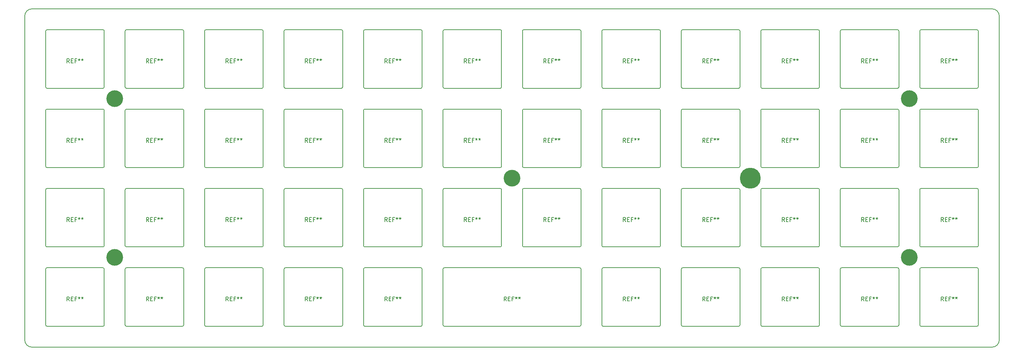
<source format=gtl>
G04 #@! TF.GenerationSoftware,KiCad,Pcbnew,5.0.1*
G04 #@! TF.CreationDate,2019-02-20T22:20:12-03:00*
G04 #@! TF.ProjectId,1Space,3153706163652E6B696361645F706362,V3.0.7*
G04 #@! TF.SameCoordinates,Original*
G04 #@! TF.FileFunction,Copper,L1,Top,Signal*
G04 #@! TF.FilePolarity,Positive*
%FSLAX46Y46*%
G04 Gerber Fmt 4.6, Leading zero omitted, Abs format (unit mm)*
G04 Created by KiCad (PCBNEW 5.0.1) date Wed 20 Feb 2019 10:20:12 PM -03*
%MOMM*%
%LPD*%
G01*
G04 APERTURE LIST*
G04 #@! TA.AperFunction,NonConductor*
%ADD10C,0.150000*%
G04 #@! TD*
%ADD11C,0.150000*%
G04 #@! TA.AperFunction,EtchedComponent*
%ADD12C,0.150000*%
G04 #@! TD*
G04 #@! TA.AperFunction,ViaPad*
%ADD13C,4.000000*%
G04 #@! TD*
G04 #@! TA.AperFunction,ViaPad*
%ADD14C,5.000000*%
G04 #@! TD*
G04 APERTURE END LIST*
D10*
X31939170Y-64000682D02*
G75*
G02X33720426Y-62219426I1781256J0D01*
G01*
X31939170Y-64000682D02*
X31939170Y-141485318D01*
X33720426Y-143266574D02*
G75*
G02X31939170Y-141485318I0J1781256D01*
G01*
X264986830Y-141485318D02*
X264986830Y-64000682D01*
X264986830Y-141485318D02*
G75*
G02X263205574Y-143266574I-1781256J0D01*
G01*
X263205574Y-62219426D02*
G75*
G02X264986830Y-64000682I0J-1781256D01*
G01*
X33720426Y-143266574D02*
X263205574Y-143266574D01*
X33720426Y-62219426D02*
X263205574Y-62219426D01*
G04 #@! TO.C,REF\002A\002A*
D11*
X232629666Y-132195380D02*
X232296333Y-131719190D01*
X232058238Y-132195380D02*
X232058238Y-131195380D01*
X232439190Y-131195380D01*
X232534428Y-131243000D01*
X232582047Y-131290619D01*
X232629666Y-131385857D01*
X232629666Y-131528714D01*
X232582047Y-131623952D01*
X232534428Y-131671571D01*
X232439190Y-131719190D01*
X232058238Y-131719190D01*
X233058238Y-131671571D02*
X233391571Y-131671571D01*
X233534428Y-132195380D02*
X233058238Y-132195380D01*
X233058238Y-131195380D01*
X233534428Y-131195380D01*
X234296333Y-131671571D02*
X233963000Y-131671571D01*
X233963000Y-132195380D02*
X233963000Y-131195380D01*
X234439190Y-131195380D01*
X234963000Y-131195380D02*
X234963000Y-131433476D01*
X234724904Y-131338238D02*
X234963000Y-131433476D01*
X235201095Y-131338238D01*
X234820142Y-131623952D02*
X234963000Y-131433476D01*
X235105857Y-131623952D01*
X235724904Y-131195380D02*
X235724904Y-131433476D01*
X235486809Y-131338238D02*
X235724904Y-131433476D01*
X235963000Y-131338238D01*
X235582047Y-131623952D02*
X235724904Y-131433476D01*
X235867761Y-131623952D01*
X232629666Y-113195380D02*
X232296333Y-112719190D01*
X232058238Y-113195380D02*
X232058238Y-112195380D01*
X232439190Y-112195380D01*
X232534428Y-112243000D01*
X232582047Y-112290619D01*
X232629666Y-112385857D01*
X232629666Y-112528714D01*
X232582047Y-112623952D01*
X232534428Y-112671571D01*
X232439190Y-112719190D01*
X232058238Y-112719190D01*
X233058238Y-112671571D02*
X233391571Y-112671571D01*
X233534428Y-113195380D02*
X233058238Y-113195380D01*
X233058238Y-112195380D01*
X233534428Y-112195380D01*
X234296333Y-112671571D02*
X233963000Y-112671571D01*
X233963000Y-113195380D02*
X233963000Y-112195380D01*
X234439190Y-112195380D01*
X234963000Y-112195380D02*
X234963000Y-112433476D01*
X234724904Y-112338238D02*
X234963000Y-112433476D01*
X235201095Y-112338238D01*
X234820142Y-112623952D02*
X234963000Y-112433476D01*
X235105857Y-112623952D01*
X235724904Y-112195380D02*
X235724904Y-112433476D01*
X235486809Y-112338238D02*
X235724904Y-112433476D01*
X235963000Y-112338238D01*
X235582047Y-112623952D02*
X235724904Y-112433476D01*
X235867761Y-112623952D01*
X232629666Y-75195380D02*
X232296333Y-74719190D01*
X232058238Y-75195380D02*
X232058238Y-74195380D01*
X232439190Y-74195380D01*
X232534428Y-74243000D01*
X232582047Y-74290619D01*
X232629666Y-74385857D01*
X232629666Y-74528714D01*
X232582047Y-74623952D01*
X232534428Y-74671571D01*
X232439190Y-74719190D01*
X232058238Y-74719190D01*
X233058238Y-74671571D02*
X233391571Y-74671571D01*
X233534428Y-75195380D02*
X233058238Y-75195380D01*
X233058238Y-74195380D01*
X233534428Y-74195380D01*
X234296333Y-74671571D02*
X233963000Y-74671571D01*
X233963000Y-75195380D02*
X233963000Y-74195380D01*
X234439190Y-74195380D01*
X234963000Y-74195380D02*
X234963000Y-74433476D01*
X234724904Y-74338238D02*
X234963000Y-74433476D01*
X235201095Y-74338238D01*
X234820142Y-74623952D02*
X234963000Y-74433476D01*
X235105857Y-74623952D01*
X235724904Y-74195380D02*
X235724904Y-74433476D01*
X235486809Y-74338238D02*
X235724904Y-74433476D01*
X235963000Y-74338238D01*
X235582047Y-74623952D02*
X235724904Y-74433476D01*
X235867761Y-74623952D01*
X80629666Y-132195380D02*
X80296333Y-131719190D01*
X80058238Y-132195380D02*
X80058238Y-131195380D01*
X80439190Y-131195380D01*
X80534428Y-131243000D01*
X80582047Y-131290619D01*
X80629666Y-131385857D01*
X80629666Y-131528714D01*
X80582047Y-131623952D01*
X80534428Y-131671571D01*
X80439190Y-131719190D01*
X80058238Y-131719190D01*
X81058238Y-131671571D02*
X81391571Y-131671571D01*
X81534428Y-132195380D02*
X81058238Y-132195380D01*
X81058238Y-131195380D01*
X81534428Y-131195380D01*
X82296333Y-131671571D02*
X81963000Y-131671571D01*
X81963000Y-132195380D02*
X81963000Y-131195380D01*
X82439190Y-131195380D01*
X82963000Y-131195380D02*
X82963000Y-131433476D01*
X82724904Y-131338238D02*
X82963000Y-131433476D01*
X83201095Y-131338238D01*
X82820142Y-131623952D02*
X82963000Y-131433476D01*
X83105857Y-131623952D01*
X83724904Y-131195380D02*
X83724904Y-131433476D01*
X83486809Y-131338238D02*
X83724904Y-131433476D01*
X83963000Y-131338238D01*
X83582047Y-131623952D02*
X83724904Y-131433476D01*
X83867761Y-131623952D01*
X251629666Y-132195380D02*
X251296333Y-131719190D01*
X251058238Y-132195380D02*
X251058238Y-131195380D01*
X251439190Y-131195380D01*
X251534428Y-131243000D01*
X251582047Y-131290619D01*
X251629666Y-131385857D01*
X251629666Y-131528714D01*
X251582047Y-131623952D01*
X251534428Y-131671571D01*
X251439190Y-131719190D01*
X251058238Y-131719190D01*
X252058238Y-131671571D02*
X252391571Y-131671571D01*
X252534428Y-132195380D02*
X252058238Y-132195380D01*
X252058238Y-131195380D01*
X252534428Y-131195380D01*
X253296333Y-131671571D02*
X252963000Y-131671571D01*
X252963000Y-132195380D02*
X252963000Y-131195380D01*
X253439190Y-131195380D01*
X253963000Y-131195380D02*
X253963000Y-131433476D01*
X253724904Y-131338238D02*
X253963000Y-131433476D01*
X254201095Y-131338238D01*
X253820142Y-131623952D02*
X253963000Y-131433476D01*
X254105857Y-131623952D01*
X254724904Y-131195380D02*
X254724904Y-131433476D01*
X254486809Y-131338238D02*
X254724904Y-131433476D01*
X254963000Y-131338238D01*
X254582047Y-131623952D02*
X254724904Y-131433476D01*
X254867761Y-131623952D01*
X194629666Y-132195380D02*
X194296333Y-131719190D01*
X194058238Y-132195380D02*
X194058238Y-131195380D01*
X194439190Y-131195380D01*
X194534428Y-131243000D01*
X194582047Y-131290619D01*
X194629666Y-131385857D01*
X194629666Y-131528714D01*
X194582047Y-131623952D01*
X194534428Y-131671571D01*
X194439190Y-131719190D01*
X194058238Y-131719190D01*
X195058238Y-131671571D02*
X195391571Y-131671571D01*
X195534428Y-132195380D02*
X195058238Y-132195380D01*
X195058238Y-131195380D01*
X195534428Y-131195380D01*
X196296333Y-131671571D02*
X195963000Y-131671571D01*
X195963000Y-132195380D02*
X195963000Y-131195380D01*
X196439190Y-131195380D01*
X196963000Y-131195380D02*
X196963000Y-131433476D01*
X196724904Y-131338238D02*
X196963000Y-131433476D01*
X197201095Y-131338238D01*
X196820142Y-131623952D02*
X196963000Y-131433476D01*
X197105857Y-131623952D01*
X197724904Y-131195380D02*
X197724904Y-131433476D01*
X197486809Y-131338238D02*
X197724904Y-131433476D01*
X197963000Y-131338238D01*
X197582047Y-131623952D02*
X197724904Y-131433476D01*
X197867761Y-131623952D01*
X175629666Y-132195380D02*
X175296333Y-131719190D01*
X175058238Y-132195380D02*
X175058238Y-131195380D01*
X175439190Y-131195380D01*
X175534428Y-131243000D01*
X175582047Y-131290619D01*
X175629666Y-131385857D01*
X175629666Y-131528714D01*
X175582047Y-131623952D01*
X175534428Y-131671571D01*
X175439190Y-131719190D01*
X175058238Y-131719190D01*
X176058238Y-131671571D02*
X176391571Y-131671571D01*
X176534428Y-132195380D02*
X176058238Y-132195380D01*
X176058238Y-131195380D01*
X176534428Y-131195380D01*
X177296333Y-131671571D02*
X176963000Y-131671571D01*
X176963000Y-132195380D02*
X176963000Y-131195380D01*
X177439190Y-131195380D01*
X177963000Y-131195380D02*
X177963000Y-131433476D01*
X177724904Y-131338238D02*
X177963000Y-131433476D01*
X178201095Y-131338238D01*
X177820142Y-131623952D02*
X177963000Y-131433476D01*
X178105857Y-131623952D01*
X178724904Y-131195380D02*
X178724904Y-131433476D01*
X178486809Y-131338238D02*
X178724904Y-131433476D01*
X178963000Y-131338238D01*
X178582047Y-131623952D02*
X178724904Y-131433476D01*
X178867761Y-131623952D01*
X99629666Y-132195380D02*
X99296333Y-131719190D01*
X99058238Y-132195380D02*
X99058238Y-131195380D01*
X99439190Y-131195380D01*
X99534428Y-131243000D01*
X99582047Y-131290619D01*
X99629666Y-131385857D01*
X99629666Y-131528714D01*
X99582047Y-131623952D01*
X99534428Y-131671571D01*
X99439190Y-131719190D01*
X99058238Y-131719190D01*
X100058238Y-131671571D02*
X100391571Y-131671571D01*
X100534428Y-132195380D02*
X100058238Y-132195380D01*
X100058238Y-131195380D01*
X100534428Y-131195380D01*
X101296333Y-131671571D02*
X100963000Y-131671571D01*
X100963000Y-132195380D02*
X100963000Y-131195380D01*
X101439190Y-131195380D01*
X101963000Y-131195380D02*
X101963000Y-131433476D01*
X101724904Y-131338238D02*
X101963000Y-131433476D01*
X102201095Y-131338238D01*
X101820142Y-131623952D02*
X101963000Y-131433476D01*
X102105857Y-131623952D01*
X102724904Y-131195380D02*
X102724904Y-131433476D01*
X102486809Y-131338238D02*
X102724904Y-131433476D01*
X102963000Y-131338238D01*
X102582047Y-131623952D02*
X102724904Y-131433476D01*
X102867761Y-131623952D01*
X118629666Y-132195380D02*
X118296333Y-131719190D01*
X118058238Y-132195380D02*
X118058238Y-131195380D01*
X118439190Y-131195380D01*
X118534428Y-131243000D01*
X118582047Y-131290619D01*
X118629666Y-131385857D01*
X118629666Y-131528714D01*
X118582047Y-131623952D01*
X118534428Y-131671571D01*
X118439190Y-131719190D01*
X118058238Y-131719190D01*
X119058238Y-131671571D02*
X119391571Y-131671571D01*
X119534428Y-132195380D02*
X119058238Y-132195380D01*
X119058238Y-131195380D01*
X119534428Y-131195380D01*
X120296333Y-131671571D02*
X119963000Y-131671571D01*
X119963000Y-132195380D02*
X119963000Y-131195380D01*
X120439190Y-131195380D01*
X120963000Y-131195380D02*
X120963000Y-131433476D01*
X120724904Y-131338238D02*
X120963000Y-131433476D01*
X121201095Y-131338238D01*
X120820142Y-131623952D02*
X120963000Y-131433476D01*
X121105857Y-131623952D01*
X121724904Y-131195380D02*
X121724904Y-131433476D01*
X121486809Y-131338238D02*
X121724904Y-131433476D01*
X121963000Y-131338238D01*
X121582047Y-131623952D02*
X121724904Y-131433476D01*
X121867761Y-131623952D01*
X213629666Y-132195380D02*
X213296333Y-131719190D01*
X213058238Y-132195380D02*
X213058238Y-131195380D01*
X213439190Y-131195380D01*
X213534428Y-131243000D01*
X213582047Y-131290619D01*
X213629666Y-131385857D01*
X213629666Y-131528714D01*
X213582047Y-131623952D01*
X213534428Y-131671571D01*
X213439190Y-131719190D01*
X213058238Y-131719190D01*
X214058238Y-131671571D02*
X214391571Y-131671571D01*
X214534428Y-132195380D02*
X214058238Y-132195380D01*
X214058238Y-131195380D01*
X214534428Y-131195380D01*
X215296333Y-131671571D02*
X214963000Y-131671571D01*
X214963000Y-132195380D02*
X214963000Y-131195380D01*
X215439190Y-131195380D01*
X215963000Y-131195380D02*
X215963000Y-131433476D01*
X215724904Y-131338238D02*
X215963000Y-131433476D01*
X216201095Y-131338238D01*
X215820142Y-131623952D02*
X215963000Y-131433476D01*
X216105857Y-131623952D01*
X216724904Y-131195380D02*
X216724904Y-131433476D01*
X216486809Y-131338238D02*
X216724904Y-131433476D01*
X216963000Y-131338238D01*
X216582047Y-131623952D02*
X216724904Y-131433476D01*
X216867761Y-131623952D01*
X61629666Y-132195380D02*
X61296333Y-131719190D01*
X61058238Y-132195380D02*
X61058238Y-131195380D01*
X61439190Y-131195380D01*
X61534428Y-131243000D01*
X61582047Y-131290619D01*
X61629666Y-131385857D01*
X61629666Y-131528714D01*
X61582047Y-131623952D01*
X61534428Y-131671571D01*
X61439190Y-131719190D01*
X61058238Y-131719190D01*
X62058238Y-131671571D02*
X62391571Y-131671571D01*
X62534428Y-132195380D02*
X62058238Y-132195380D01*
X62058238Y-131195380D01*
X62534428Y-131195380D01*
X63296333Y-131671571D02*
X62963000Y-131671571D01*
X62963000Y-132195380D02*
X62963000Y-131195380D01*
X63439190Y-131195380D01*
X63963000Y-131195380D02*
X63963000Y-131433476D01*
X63724904Y-131338238D02*
X63963000Y-131433476D01*
X64201095Y-131338238D01*
X63820142Y-131623952D02*
X63963000Y-131433476D01*
X64105857Y-131623952D01*
X64724904Y-131195380D02*
X64724904Y-131433476D01*
X64486809Y-131338238D02*
X64724904Y-131433476D01*
X64963000Y-131338238D01*
X64582047Y-131623952D02*
X64724904Y-131433476D01*
X64867761Y-131623952D01*
X42629666Y-132195380D02*
X42296333Y-131719190D01*
X42058238Y-132195380D02*
X42058238Y-131195380D01*
X42439190Y-131195380D01*
X42534428Y-131243000D01*
X42582047Y-131290619D01*
X42629666Y-131385857D01*
X42629666Y-131528714D01*
X42582047Y-131623952D01*
X42534428Y-131671571D01*
X42439190Y-131719190D01*
X42058238Y-131719190D01*
X43058238Y-131671571D02*
X43391571Y-131671571D01*
X43534428Y-132195380D02*
X43058238Y-132195380D01*
X43058238Y-131195380D01*
X43534428Y-131195380D01*
X44296333Y-131671571D02*
X43963000Y-131671571D01*
X43963000Y-132195380D02*
X43963000Y-131195380D01*
X44439190Y-131195380D01*
X44963000Y-131195380D02*
X44963000Y-131433476D01*
X44724904Y-131338238D02*
X44963000Y-131433476D01*
X45201095Y-131338238D01*
X44820142Y-131623952D02*
X44963000Y-131433476D01*
X45105857Y-131623952D01*
X45724904Y-131195380D02*
X45724904Y-131433476D01*
X45486809Y-131338238D02*
X45724904Y-131433476D01*
X45963000Y-131338238D01*
X45582047Y-131623952D02*
X45724904Y-131433476D01*
X45867761Y-131623952D01*
X194629666Y-113195380D02*
X194296333Y-112719190D01*
X194058238Y-113195380D02*
X194058238Y-112195380D01*
X194439190Y-112195380D01*
X194534428Y-112243000D01*
X194582047Y-112290619D01*
X194629666Y-112385857D01*
X194629666Y-112528714D01*
X194582047Y-112623952D01*
X194534428Y-112671571D01*
X194439190Y-112719190D01*
X194058238Y-112719190D01*
X195058238Y-112671571D02*
X195391571Y-112671571D01*
X195534428Y-113195380D02*
X195058238Y-113195380D01*
X195058238Y-112195380D01*
X195534428Y-112195380D01*
X196296333Y-112671571D02*
X195963000Y-112671571D01*
X195963000Y-113195380D02*
X195963000Y-112195380D01*
X196439190Y-112195380D01*
X196963000Y-112195380D02*
X196963000Y-112433476D01*
X196724904Y-112338238D02*
X196963000Y-112433476D01*
X197201095Y-112338238D01*
X196820142Y-112623952D02*
X196963000Y-112433476D01*
X197105857Y-112623952D01*
X197724904Y-112195380D02*
X197724904Y-112433476D01*
X197486809Y-112338238D02*
X197724904Y-112433476D01*
X197963000Y-112338238D01*
X197582047Y-112623952D02*
X197724904Y-112433476D01*
X197867761Y-112623952D01*
X251629666Y-113195380D02*
X251296333Y-112719190D01*
X251058238Y-113195380D02*
X251058238Y-112195380D01*
X251439190Y-112195380D01*
X251534428Y-112243000D01*
X251582047Y-112290619D01*
X251629666Y-112385857D01*
X251629666Y-112528714D01*
X251582047Y-112623952D01*
X251534428Y-112671571D01*
X251439190Y-112719190D01*
X251058238Y-112719190D01*
X252058238Y-112671571D02*
X252391571Y-112671571D01*
X252534428Y-113195380D02*
X252058238Y-113195380D01*
X252058238Y-112195380D01*
X252534428Y-112195380D01*
X253296333Y-112671571D02*
X252963000Y-112671571D01*
X252963000Y-113195380D02*
X252963000Y-112195380D01*
X253439190Y-112195380D01*
X253963000Y-112195380D02*
X253963000Y-112433476D01*
X253724904Y-112338238D02*
X253963000Y-112433476D01*
X254201095Y-112338238D01*
X253820142Y-112623952D02*
X253963000Y-112433476D01*
X254105857Y-112623952D01*
X254724904Y-112195380D02*
X254724904Y-112433476D01*
X254486809Y-112338238D02*
X254724904Y-112433476D01*
X254963000Y-112338238D01*
X254582047Y-112623952D02*
X254724904Y-112433476D01*
X254867761Y-112623952D01*
X80629666Y-113195380D02*
X80296333Y-112719190D01*
X80058238Y-113195380D02*
X80058238Y-112195380D01*
X80439190Y-112195380D01*
X80534428Y-112243000D01*
X80582047Y-112290619D01*
X80629666Y-112385857D01*
X80629666Y-112528714D01*
X80582047Y-112623952D01*
X80534428Y-112671571D01*
X80439190Y-112719190D01*
X80058238Y-112719190D01*
X81058238Y-112671571D02*
X81391571Y-112671571D01*
X81534428Y-113195380D02*
X81058238Y-113195380D01*
X81058238Y-112195380D01*
X81534428Y-112195380D01*
X82296333Y-112671571D02*
X81963000Y-112671571D01*
X81963000Y-113195380D02*
X81963000Y-112195380D01*
X82439190Y-112195380D01*
X82963000Y-112195380D02*
X82963000Y-112433476D01*
X82724904Y-112338238D02*
X82963000Y-112433476D01*
X83201095Y-112338238D01*
X82820142Y-112623952D02*
X82963000Y-112433476D01*
X83105857Y-112623952D01*
X83724904Y-112195380D02*
X83724904Y-112433476D01*
X83486809Y-112338238D02*
X83724904Y-112433476D01*
X83963000Y-112338238D01*
X83582047Y-112623952D02*
X83724904Y-112433476D01*
X83867761Y-112623952D01*
X175629666Y-113195380D02*
X175296333Y-112719190D01*
X175058238Y-113195380D02*
X175058238Y-112195380D01*
X175439190Y-112195380D01*
X175534428Y-112243000D01*
X175582047Y-112290619D01*
X175629666Y-112385857D01*
X175629666Y-112528714D01*
X175582047Y-112623952D01*
X175534428Y-112671571D01*
X175439190Y-112719190D01*
X175058238Y-112719190D01*
X176058238Y-112671571D02*
X176391571Y-112671571D01*
X176534428Y-113195380D02*
X176058238Y-113195380D01*
X176058238Y-112195380D01*
X176534428Y-112195380D01*
X177296333Y-112671571D02*
X176963000Y-112671571D01*
X176963000Y-113195380D02*
X176963000Y-112195380D01*
X177439190Y-112195380D01*
X177963000Y-112195380D02*
X177963000Y-112433476D01*
X177724904Y-112338238D02*
X177963000Y-112433476D01*
X178201095Y-112338238D01*
X177820142Y-112623952D02*
X177963000Y-112433476D01*
X178105857Y-112623952D01*
X178724904Y-112195380D02*
X178724904Y-112433476D01*
X178486809Y-112338238D02*
X178724904Y-112433476D01*
X178963000Y-112338238D01*
X178582047Y-112623952D02*
X178724904Y-112433476D01*
X178867761Y-112623952D01*
X61629666Y-113195380D02*
X61296333Y-112719190D01*
X61058238Y-113195380D02*
X61058238Y-112195380D01*
X61439190Y-112195380D01*
X61534428Y-112243000D01*
X61582047Y-112290619D01*
X61629666Y-112385857D01*
X61629666Y-112528714D01*
X61582047Y-112623952D01*
X61534428Y-112671571D01*
X61439190Y-112719190D01*
X61058238Y-112719190D01*
X62058238Y-112671571D02*
X62391571Y-112671571D01*
X62534428Y-113195380D02*
X62058238Y-113195380D01*
X62058238Y-112195380D01*
X62534428Y-112195380D01*
X63296333Y-112671571D02*
X62963000Y-112671571D01*
X62963000Y-113195380D02*
X62963000Y-112195380D01*
X63439190Y-112195380D01*
X63963000Y-112195380D02*
X63963000Y-112433476D01*
X63724904Y-112338238D02*
X63963000Y-112433476D01*
X64201095Y-112338238D01*
X63820142Y-112623952D02*
X63963000Y-112433476D01*
X64105857Y-112623952D01*
X64724904Y-112195380D02*
X64724904Y-112433476D01*
X64486809Y-112338238D02*
X64724904Y-112433476D01*
X64963000Y-112338238D01*
X64582047Y-112623952D02*
X64724904Y-112433476D01*
X64867761Y-112623952D01*
X42629666Y-113195380D02*
X42296333Y-112719190D01*
X42058238Y-113195380D02*
X42058238Y-112195380D01*
X42439190Y-112195380D01*
X42534428Y-112243000D01*
X42582047Y-112290619D01*
X42629666Y-112385857D01*
X42629666Y-112528714D01*
X42582047Y-112623952D01*
X42534428Y-112671571D01*
X42439190Y-112719190D01*
X42058238Y-112719190D01*
X43058238Y-112671571D02*
X43391571Y-112671571D01*
X43534428Y-113195380D02*
X43058238Y-113195380D01*
X43058238Y-112195380D01*
X43534428Y-112195380D01*
X44296333Y-112671571D02*
X43963000Y-112671571D01*
X43963000Y-113195380D02*
X43963000Y-112195380D01*
X44439190Y-112195380D01*
X44963000Y-112195380D02*
X44963000Y-112433476D01*
X44724904Y-112338238D02*
X44963000Y-112433476D01*
X45201095Y-112338238D01*
X44820142Y-112623952D02*
X44963000Y-112433476D01*
X45105857Y-112623952D01*
X45724904Y-112195380D02*
X45724904Y-112433476D01*
X45486809Y-112338238D02*
X45724904Y-112433476D01*
X45963000Y-112338238D01*
X45582047Y-112623952D02*
X45724904Y-112433476D01*
X45867761Y-112623952D01*
X137629666Y-113195380D02*
X137296333Y-112719190D01*
X137058238Y-113195380D02*
X137058238Y-112195380D01*
X137439190Y-112195380D01*
X137534428Y-112243000D01*
X137582047Y-112290619D01*
X137629666Y-112385857D01*
X137629666Y-112528714D01*
X137582047Y-112623952D01*
X137534428Y-112671571D01*
X137439190Y-112719190D01*
X137058238Y-112719190D01*
X138058238Y-112671571D02*
X138391571Y-112671571D01*
X138534428Y-113195380D02*
X138058238Y-113195380D01*
X138058238Y-112195380D01*
X138534428Y-112195380D01*
X139296333Y-112671571D02*
X138963000Y-112671571D01*
X138963000Y-113195380D02*
X138963000Y-112195380D01*
X139439190Y-112195380D01*
X139963000Y-112195380D02*
X139963000Y-112433476D01*
X139724904Y-112338238D02*
X139963000Y-112433476D01*
X140201095Y-112338238D01*
X139820142Y-112623952D02*
X139963000Y-112433476D01*
X140105857Y-112623952D01*
X140724904Y-112195380D02*
X140724904Y-112433476D01*
X140486809Y-112338238D02*
X140724904Y-112433476D01*
X140963000Y-112338238D01*
X140582047Y-112623952D02*
X140724904Y-112433476D01*
X140867761Y-112623952D01*
X156629666Y-113195380D02*
X156296333Y-112719190D01*
X156058238Y-113195380D02*
X156058238Y-112195380D01*
X156439190Y-112195380D01*
X156534428Y-112243000D01*
X156582047Y-112290619D01*
X156629666Y-112385857D01*
X156629666Y-112528714D01*
X156582047Y-112623952D01*
X156534428Y-112671571D01*
X156439190Y-112719190D01*
X156058238Y-112719190D01*
X157058238Y-112671571D02*
X157391571Y-112671571D01*
X157534428Y-113195380D02*
X157058238Y-113195380D01*
X157058238Y-112195380D01*
X157534428Y-112195380D01*
X158296333Y-112671571D02*
X157963000Y-112671571D01*
X157963000Y-113195380D02*
X157963000Y-112195380D01*
X158439190Y-112195380D01*
X158963000Y-112195380D02*
X158963000Y-112433476D01*
X158724904Y-112338238D02*
X158963000Y-112433476D01*
X159201095Y-112338238D01*
X158820142Y-112623952D02*
X158963000Y-112433476D01*
X159105857Y-112623952D01*
X159724904Y-112195380D02*
X159724904Y-112433476D01*
X159486809Y-112338238D02*
X159724904Y-112433476D01*
X159963000Y-112338238D01*
X159582047Y-112623952D02*
X159724904Y-112433476D01*
X159867761Y-112623952D01*
X99629666Y-113195380D02*
X99296333Y-112719190D01*
X99058238Y-113195380D02*
X99058238Y-112195380D01*
X99439190Y-112195380D01*
X99534428Y-112243000D01*
X99582047Y-112290619D01*
X99629666Y-112385857D01*
X99629666Y-112528714D01*
X99582047Y-112623952D01*
X99534428Y-112671571D01*
X99439190Y-112719190D01*
X99058238Y-112719190D01*
X100058238Y-112671571D02*
X100391571Y-112671571D01*
X100534428Y-113195380D02*
X100058238Y-113195380D01*
X100058238Y-112195380D01*
X100534428Y-112195380D01*
X101296333Y-112671571D02*
X100963000Y-112671571D01*
X100963000Y-113195380D02*
X100963000Y-112195380D01*
X101439190Y-112195380D01*
X101963000Y-112195380D02*
X101963000Y-112433476D01*
X101724904Y-112338238D02*
X101963000Y-112433476D01*
X102201095Y-112338238D01*
X101820142Y-112623952D02*
X101963000Y-112433476D01*
X102105857Y-112623952D01*
X102724904Y-112195380D02*
X102724904Y-112433476D01*
X102486809Y-112338238D02*
X102724904Y-112433476D01*
X102963000Y-112338238D01*
X102582047Y-112623952D02*
X102724904Y-112433476D01*
X102867761Y-112623952D01*
X213629666Y-113195380D02*
X213296333Y-112719190D01*
X213058238Y-113195380D02*
X213058238Y-112195380D01*
X213439190Y-112195380D01*
X213534428Y-112243000D01*
X213582047Y-112290619D01*
X213629666Y-112385857D01*
X213629666Y-112528714D01*
X213582047Y-112623952D01*
X213534428Y-112671571D01*
X213439190Y-112719190D01*
X213058238Y-112719190D01*
X214058238Y-112671571D02*
X214391571Y-112671571D01*
X214534428Y-113195380D02*
X214058238Y-113195380D01*
X214058238Y-112195380D01*
X214534428Y-112195380D01*
X215296333Y-112671571D02*
X214963000Y-112671571D01*
X214963000Y-113195380D02*
X214963000Y-112195380D01*
X215439190Y-112195380D01*
X215963000Y-112195380D02*
X215963000Y-112433476D01*
X215724904Y-112338238D02*
X215963000Y-112433476D01*
X216201095Y-112338238D01*
X215820142Y-112623952D02*
X215963000Y-112433476D01*
X216105857Y-112623952D01*
X216724904Y-112195380D02*
X216724904Y-112433476D01*
X216486809Y-112338238D02*
X216724904Y-112433476D01*
X216963000Y-112338238D01*
X216582047Y-112623952D02*
X216724904Y-112433476D01*
X216867761Y-112623952D01*
X118629666Y-113195380D02*
X118296333Y-112719190D01*
X118058238Y-113195380D02*
X118058238Y-112195380D01*
X118439190Y-112195380D01*
X118534428Y-112243000D01*
X118582047Y-112290619D01*
X118629666Y-112385857D01*
X118629666Y-112528714D01*
X118582047Y-112623952D01*
X118534428Y-112671571D01*
X118439190Y-112719190D01*
X118058238Y-112719190D01*
X119058238Y-112671571D02*
X119391571Y-112671571D01*
X119534428Y-113195380D02*
X119058238Y-113195380D01*
X119058238Y-112195380D01*
X119534428Y-112195380D01*
X120296333Y-112671571D02*
X119963000Y-112671571D01*
X119963000Y-113195380D02*
X119963000Y-112195380D01*
X120439190Y-112195380D01*
X120963000Y-112195380D02*
X120963000Y-112433476D01*
X120724904Y-112338238D02*
X120963000Y-112433476D01*
X121201095Y-112338238D01*
X120820142Y-112623952D02*
X120963000Y-112433476D01*
X121105857Y-112623952D01*
X121724904Y-112195380D02*
X121724904Y-112433476D01*
X121486809Y-112338238D02*
X121724904Y-112433476D01*
X121963000Y-112338238D01*
X121582047Y-112623952D02*
X121724904Y-112433476D01*
X121867761Y-112623952D01*
X118629666Y-75195380D02*
X118296333Y-74719190D01*
X118058238Y-75195380D02*
X118058238Y-74195380D01*
X118439190Y-74195380D01*
X118534428Y-74243000D01*
X118582047Y-74290619D01*
X118629666Y-74385857D01*
X118629666Y-74528714D01*
X118582047Y-74623952D01*
X118534428Y-74671571D01*
X118439190Y-74719190D01*
X118058238Y-74719190D01*
X119058238Y-74671571D02*
X119391571Y-74671571D01*
X119534428Y-75195380D02*
X119058238Y-75195380D01*
X119058238Y-74195380D01*
X119534428Y-74195380D01*
X120296333Y-74671571D02*
X119963000Y-74671571D01*
X119963000Y-75195380D02*
X119963000Y-74195380D01*
X120439190Y-74195380D01*
X120963000Y-74195380D02*
X120963000Y-74433476D01*
X120724904Y-74338238D02*
X120963000Y-74433476D01*
X121201095Y-74338238D01*
X120820142Y-74623952D02*
X120963000Y-74433476D01*
X121105857Y-74623952D01*
X121724904Y-74195380D02*
X121724904Y-74433476D01*
X121486809Y-74338238D02*
X121724904Y-74433476D01*
X121963000Y-74338238D01*
X121582047Y-74623952D02*
X121724904Y-74433476D01*
X121867761Y-74623952D01*
X156629666Y-75195380D02*
X156296333Y-74719190D01*
X156058238Y-75195380D02*
X156058238Y-74195380D01*
X156439190Y-74195380D01*
X156534428Y-74243000D01*
X156582047Y-74290619D01*
X156629666Y-74385857D01*
X156629666Y-74528714D01*
X156582047Y-74623952D01*
X156534428Y-74671571D01*
X156439190Y-74719190D01*
X156058238Y-74719190D01*
X157058238Y-74671571D02*
X157391571Y-74671571D01*
X157534428Y-75195380D02*
X157058238Y-75195380D01*
X157058238Y-74195380D01*
X157534428Y-74195380D01*
X158296333Y-74671571D02*
X157963000Y-74671571D01*
X157963000Y-75195380D02*
X157963000Y-74195380D01*
X158439190Y-74195380D01*
X158963000Y-74195380D02*
X158963000Y-74433476D01*
X158724904Y-74338238D02*
X158963000Y-74433476D01*
X159201095Y-74338238D01*
X158820142Y-74623952D02*
X158963000Y-74433476D01*
X159105857Y-74623952D01*
X159724904Y-74195380D02*
X159724904Y-74433476D01*
X159486809Y-74338238D02*
X159724904Y-74433476D01*
X159963000Y-74338238D01*
X159582047Y-74623952D02*
X159724904Y-74433476D01*
X159867761Y-74623952D01*
X137629666Y-75195380D02*
X137296333Y-74719190D01*
X137058238Y-75195380D02*
X137058238Y-74195380D01*
X137439190Y-74195380D01*
X137534428Y-74243000D01*
X137582047Y-74290619D01*
X137629666Y-74385857D01*
X137629666Y-74528714D01*
X137582047Y-74623952D01*
X137534428Y-74671571D01*
X137439190Y-74719190D01*
X137058238Y-74719190D01*
X138058238Y-74671571D02*
X138391571Y-74671571D01*
X138534428Y-75195380D02*
X138058238Y-75195380D01*
X138058238Y-74195380D01*
X138534428Y-74195380D01*
X139296333Y-74671571D02*
X138963000Y-74671571D01*
X138963000Y-75195380D02*
X138963000Y-74195380D01*
X139439190Y-74195380D01*
X139963000Y-74195380D02*
X139963000Y-74433476D01*
X139724904Y-74338238D02*
X139963000Y-74433476D01*
X140201095Y-74338238D01*
X139820142Y-74623952D02*
X139963000Y-74433476D01*
X140105857Y-74623952D01*
X140724904Y-74195380D02*
X140724904Y-74433476D01*
X140486809Y-74338238D02*
X140724904Y-74433476D01*
X140963000Y-74338238D01*
X140582047Y-74623952D02*
X140724904Y-74433476D01*
X140867761Y-74623952D01*
X99629666Y-75195380D02*
X99296333Y-74719190D01*
X99058238Y-75195380D02*
X99058238Y-74195380D01*
X99439190Y-74195380D01*
X99534428Y-74243000D01*
X99582047Y-74290619D01*
X99629666Y-74385857D01*
X99629666Y-74528714D01*
X99582047Y-74623952D01*
X99534428Y-74671571D01*
X99439190Y-74719190D01*
X99058238Y-74719190D01*
X100058238Y-74671571D02*
X100391571Y-74671571D01*
X100534428Y-75195380D02*
X100058238Y-75195380D01*
X100058238Y-74195380D01*
X100534428Y-74195380D01*
X101296333Y-74671571D02*
X100963000Y-74671571D01*
X100963000Y-75195380D02*
X100963000Y-74195380D01*
X101439190Y-74195380D01*
X101963000Y-74195380D02*
X101963000Y-74433476D01*
X101724904Y-74338238D02*
X101963000Y-74433476D01*
X102201095Y-74338238D01*
X101820142Y-74623952D02*
X101963000Y-74433476D01*
X102105857Y-74623952D01*
X102724904Y-74195380D02*
X102724904Y-74433476D01*
X102486809Y-74338238D02*
X102724904Y-74433476D01*
X102963000Y-74338238D01*
X102582047Y-74623952D02*
X102724904Y-74433476D01*
X102867761Y-74623952D01*
X194629666Y-75195380D02*
X194296333Y-74719190D01*
X194058238Y-75195380D02*
X194058238Y-74195380D01*
X194439190Y-74195380D01*
X194534428Y-74243000D01*
X194582047Y-74290619D01*
X194629666Y-74385857D01*
X194629666Y-74528714D01*
X194582047Y-74623952D01*
X194534428Y-74671571D01*
X194439190Y-74719190D01*
X194058238Y-74719190D01*
X195058238Y-74671571D02*
X195391571Y-74671571D01*
X195534428Y-75195380D02*
X195058238Y-75195380D01*
X195058238Y-74195380D01*
X195534428Y-74195380D01*
X196296333Y-74671571D02*
X195963000Y-74671571D01*
X195963000Y-75195380D02*
X195963000Y-74195380D01*
X196439190Y-74195380D01*
X196963000Y-74195380D02*
X196963000Y-74433476D01*
X196724904Y-74338238D02*
X196963000Y-74433476D01*
X197201095Y-74338238D01*
X196820142Y-74623952D02*
X196963000Y-74433476D01*
X197105857Y-74623952D01*
X197724904Y-74195380D02*
X197724904Y-74433476D01*
X197486809Y-74338238D02*
X197724904Y-74433476D01*
X197963000Y-74338238D01*
X197582047Y-74623952D02*
X197724904Y-74433476D01*
X197867761Y-74623952D01*
X175629666Y-75195380D02*
X175296333Y-74719190D01*
X175058238Y-75195380D02*
X175058238Y-74195380D01*
X175439190Y-74195380D01*
X175534428Y-74243000D01*
X175582047Y-74290619D01*
X175629666Y-74385857D01*
X175629666Y-74528714D01*
X175582047Y-74623952D01*
X175534428Y-74671571D01*
X175439190Y-74719190D01*
X175058238Y-74719190D01*
X176058238Y-74671571D02*
X176391571Y-74671571D01*
X176534428Y-75195380D02*
X176058238Y-75195380D01*
X176058238Y-74195380D01*
X176534428Y-74195380D01*
X177296333Y-74671571D02*
X176963000Y-74671571D01*
X176963000Y-75195380D02*
X176963000Y-74195380D01*
X177439190Y-74195380D01*
X177963000Y-74195380D02*
X177963000Y-74433476D01*
X177724904Y-74338238D02*
X177963000Y-74433476D01*
X178201095Y-74338238D01*
X177820142Y-74623952D02*
X177963000Y-74433476D01*
X178105857Y-74623952D01*
X178724904Y-74195380D02*
X178724904Y-74433476D01*
X178486809Y-74338238D02*
X178724904Y-74433476D01*
X178963000Y-74338238D01*
X178582047Y-74623952D02*
X178724904Y-74433476D01*
X178867761Y-74623952D01*
X251629666Y-75195380D02*
X251296333Y-74719190D01*
X251058238Y-75195380D02*
X251058238Y-74195380D01*
X251439190Y-74195380D01*
X251534428Y-74243000D01*
X251582047Y-74290619D01*
X251629666Y-74385857D01*
X251629666Y-74528714D01*
X251582047Y-74623952D01*
X251534428Y-74671571D01*
X251439190Y-74719190D01*
X251058238Y-74719190D01*
X252058238Y-74671571D02*
X252391571Y-74671571D01*
X252534428Y-75195380D02*
X252058238Y-75195380D01*
X252058238Y-74195380D01*
X252534428Y-74195380D01*
X253296333Y-74671571D02*
X252963000Y-74671571D01*
X252963000Y-75195380D02*
X252963000Y-74195380D01*
X253439190Y-74195380D01*
X253963000Y-74195380D02*
X253963000Y-74433476D01*
X253724904Y-74338238D02*
X253963000Y-74433476D01*
X254201095Y-74338238D01*
X253820142Y-74623952D02*
X253963000Y-74433476D01*
X254105857Y-74623952D01*
X254724904Y-74195380D02*
X254724904Y-74433476D01*
X254486809Y-74338238D02*
X254724904Y-74433476D01*
X254963000Y-74338238D01*
X254582047Y-74623952D02*
X254724904Y-74433476D01*
X254867761Y-74623952D01*
X80629666Y-75195380D02*
X80296333Y-74719190D01*
X80058238Y-75195380D02*
X80058238Y-74195380D01*
X80439190Y-74195380D01*
X80534428Y-74243000D01*
X80582047Y-74290619D01*
X80629666Y-74385857D01*
X80629666Y-74528714D01*
X80582047Y-74623952D01*
X80534428Y-74671571D01*
X80439190Y-74719190D01*
X80058238Y-74719190D01*
X81058238Y-74671571D02*
X81391571Y-74671571D01*
X81534428Y-75195380D02*
X81058238Y-75195380D01*
X81058238Y-74195380D01*
X81534428Y-74195380D01*
X82296333Y-74671571D02*
X81963000Y-74671571D01*
X81963000Y-75195380D02*
X81963000Y-74195380D01*
X82439190Y-74195380D01*
X82963000Y-74195380D02*
X82963000Y-74433476D01*
X82724904Y-74338238D02*
X82963000Y-74433476D01*
X83201095Y-74338238D01*
X82820142Y-74623952D02*
X82963000Y-74433476D01*
X83105857Y-74623952D01*
X83724904Y-74195380D02*
X83724904Y-74433476D01*
X83486809Y-74338238D02*
X83724904Y-74433476D01*
X83963000Y-74338238D01*
X83582047Y-74623952D02*
X83724904Y-74433476D01*
X83867761Y-74623952D01*
X61629666Y-75195380D02*
X61296333Y-74719190D01*
X61058238Y-75195380D02*
X61058238Y-74195380D01*
X61439190Y-74195380D01*
X61534428Y-74243000D01*
X61582047Y-74290619D01*
X61629666Y-74385857D01*
X61629666Y-74528714D01*
X61582047Y-74623952D01*
X61534428Y-74671571D01*
X61439190Y-74719190D01*
X61058238Y-74719190D01*
X62058238Y-74671571D02*
X62391571Y-74671571D01*
X62534428Y-75195380D02*
X62058238Y-75195380D01*
X62058238Y-74195380D01*
X62534428Y-74195380D01*
X63296333Y-74671571D02*
X62963000Y-74671571D01*
X62963000Y-75195380D02*
X62963000Y-74195380D01*
X63439190Y-74195380D01*
X63963000Y-74195380D02*
X63963000Y-74433476D01*
X63724904Y-74338238D02*
X63963000Y-74433476D01*
X64201095Y-74338238D01*
X63820142Y-74623952D02*
X63963000Y-74433476D01*
X64105857Y-74623952D01*
X64724904Y-74195380D02*
X64724904Y-74433476D01*
X64486809Y-74338238D02*
X64724904Y-74433476D01*
X64963000Y-74338238D01*
X64582047Y-74623952D02*
X64724904Y-74433476D01*
X64867761Y-74623952D01*
X213629666Y-75195380D02*
X213296333Y-74719190D01*
X213058238Y-75195380D02*
X213058238Y-74195380D01*
X213439190Y-74195380D01*
X213534428Y-74243000D01*
X213582047Y-74290619D01*
X213629666Y-74385857D01*
X213629666Y-74528714D01*
X213582047Y-74623952D01*
X213534428Y-74671571D01*
X213439190Y-74719190D01*
X213058238Y-74719190D01*
X214058238Y-74671571D02*
X214391571Y-74671571D01*
X214534428Y-75195380D02*
X214058238Y-75195380D01*
X214058238Y-74195380D01*
X214534428Y-74195380D01*
X215296333Y-74671571D02*
X214963000Y-74671571D01*
X214963000Y-75195380D02*
X214963000Y-74195380D01*
X215439190Y-74195380D01*
X215963000Y-74195380D02*
X215963000Y-74433476D01*
X215724904Y-74338238D02*
X215963000Y-74433476D01*
X216201095Y-74338238D01*
X215820142Y-74623952D02*
X215963000Y-74433476D01*
X216105857Y-74623952D01*
X216724904Y-74195380D02*
X216724904Y-74433476D01*
X216486809Y-74338238D02*
X216724904Y-74433476D01*
X216963000Y-74338238D01*
X216582047Y-74623952D02*
X216724904Y-74433476D01*
X216867761Y-74623952D01*
X42629666Y-75195380D02*
X42296333Y-74719190D01*
X42058238Y-75195380D02*
X42058238Y-74195380D01*
X42439190Y-74195380D01*
X42534428Y-74243000D01*
X42582047Y-74290619D01*
X42629666Y-74385857D01*
X42629666Y-74528714D01*
X42582047Y-74623952D01*
X42534428Y-74671571D01*
X42439190Y-74719190D01*
X42058238Y-74719190D01*
X43058238Y-74671571D02*
X43391571Y-74671571D01*
X43534428Y-75195380D02*
X43058238Y-75195380D01*
X43058238Y-74195380D01*
X43534428Y-74195380D01*
X44296333Y-74671571D02*
X43963000Y-74671571D01*
X43963000Y-75195380D02*
X43963000Y-74195380D01*
X44439190Y-74195380D01*
X44963000Y-74195380D02*
X44963000Y-74433476D01*
X44724904Y-74338238D02*
X44963000Y-74433476D01*
X45201095Y-74338238D01*
X44820142Y-74623952D02*
X44963000Y-74433476D01*
X45105857Y-74623952D01*
X45724904Y-74195380D02*
X45724904Y-74433476D01*
X45486809Y-74338238D02*
X45724904Y-74433476D01*
X45963000Y-74338238D01*
X45582047Y-74623952D02*
X45724904Y-74433476D01*
X45867761Y-74623952D01*
X251629666Y-94195380D02*
X251296333Y-93719190D01*
X251058238Y-94195380D02*
X251058238Y-93195380D01*
X251439190Y-93195380D01*
X251534428Y-93243000D01*
X251582047Y-93290619D01*
X251629666Y-93385857D01*
X251629666Y-93528714D01*
X251582047Y-93623952D01*
X251534428Y-93671571D01*
X251439190Y-93719190D01*
X251058238Y-93719190D01*
X252058238Y-93671571D02*
X252391571Y-93671571D01*
X252534428Y-94195380D02*
X252058238Y-94195380D01*
X252058238Y-93195380D01*
X252534428Y-93195380D01*
X253296333Y-93671571D02*
X252963000Y-93671571D01*
X252963000Y-94195380D02*
X252963000Y-93195380D01*
X253439190Y-93195380D01*
X253963000Y-93195380D02*
X253963000Y-93433476D01*
X253724904Y-93338238D02*
X253963000Y-93433476D01*
X254201095Y-93338238D01*
X253820142Y-93623952D02*
X253963000Y-93433476D01*
X254105857Y-93623952D01*
X254724904Y-93195380D02*
X254724904Y-93433476D01*
X254486809Y-93338238D02*
X254724904Y-93433476D01*
X254963000Y-93338238D01*
X254582047Y-93623952D02*
X254724904Y-93433476D01*
X254867761Y-93623952D01*
X232629666Y-94195380D02*
X232296333Y-93719190D01*
X232058238Y-94195380D02*
X232058238Y-93195380D01*
X232439190Y-93195380D01*
X232534428Y-93243000D01*
X232582047Y-93290619D01*
X232629666Y-93385857D01*
X232629666Y-93528714D01*
X232582047Y-93623952D01*
X232534428Y-93671571D01*
X232439190Y-93719190D01*
X232058238Y-93719190D01*
X233058238Y-93671571D02*
X233391571Y-93671571D01*
X233534428Y-94195380D02*
X233058238Y-94195380D01*
X233058238Y-93195380D01*
X233534428Y-93195380D01*
X234296333Y-93671571D02*
X233963000Y-93671571D01*
X233963000Y-94195380D02*
X233963000Y-93195380D01*
X234439190Y-93195380D01*
X234963000Y-93195380D02*
X234963000Y-93433476D01*
X234724904Y-93338238D02*
X234963000Y-93433476D01*
X235201095Y-93338238D01*
X234820142Y-93623952D02*
X234963000Y-93433476D01*
X235105857Y-93623952D01*
X235724904Y-93195380D02*
X235724904Y-93433476D01*
X235486809Y-93338238D02*
X235724904Y-93433476D01*
X235963000Y-93338238D01*
X235582047Y-93623952D02*
X235724904Y-93433476D01*
X235867761Y-93623952D01*
X213629666Y-94195380D02*
X213296333Y-93719190D01*
X213058238Y-94195380D02*
X213058238Y-93195380D01*
X213439190Y-93195380D01*
X213534428Y-93243000D01*
X213582047Y-93290619D01*
X213629666Y-93385857D01*
X213629666Y-93528714D01*
X213582047Y-93623952D01*
X213534428Y-93671571D01*
X213439190Y-93719190D01*
X213058238Y-93719190D01*
X214058238Y-93671571D02*
X214391571Y-93671571D01*
X214534428Y-94195380D02*
X214058238Y-94195380D01*
X214058238Y-93195380D01*
X214534428Y-93195380D01*
X215296333Y-93671571D02*
X214963000Y-93671571D01*
X214963000Y-94195380D02*
X214963000Y-93195380D01*
X215439190Y-93195380D01*
X215963000Y-93195380D02*
X215963000Y-93433476D01*
X215724904Y-93338238D02*
X215963000Y-93433476D01*
X216201095Y-93338238D01*
X215820142Y-93623952D02*
X215963000Y-93433476D01*
X216105857Y-93623952D01*
X216724904Y-93195380D02*
X216724904Y-93433476D01*
X216486809Y-93338238D02*
X216724904Y-93433476D01*
X216963000Y-93338238D01*
X216582047Y-93623952D02*
X216724904Y-93433476D01*
X216867761Y-93623952D01*
X194629666Y-94195380D02*
X194296333Y-93719190D01*
X194058238Y-94195380D02*
X194058238Y-93195380D01*
X194439190Y-93195380D01*
X194534428Y-93243000D01*
X194582047Y-93290619D01*
X194629666Y-93385857D01*
X194629666Y-93528714D01*
X194582047Y-93623952D01*
X194534428Y-93671571D01*
X194439190Y-93719190D01*
X194058238Y-93719190D01*
X195058238Y-93671571D02*
X195391571Y-93671571D01*
X195534428Y-94195380D02*
X195058238Y-94195380D01*
X195058238Y-93195380D01*
X195534428Y-93195380D01*
X196296333Y-93671571D02*
X195963000Y-93671571D01*
X195963000Y-94195380D02*
X195963000Y-93195380D01*
X196439190Y-93195380D01*
X196963000Y-93195380D02*
X196963000Y-93433476D01*
X196724904Y-93338238D02*
X196963000Y-93433476D01*
X197201095Y-93338238D01*
X196820142Y-93623952D02*
X196963000Y-93433476D01*
X197105857Y-93623952D01*
X197724904Y-93195380D02*
X197724904Y-93433476D01*
X197486809Y-93338238D02*
X197724904Y-93433476D01*
X197963000Y-93338238D01*
X197582047Y-93623952D02*
X197724904Y-93433476D01*
X197867761Y-93623952D01*
X175629666Y-94195380D02*
X175296333Y-93719190D01*
X175058238Y-94195380D02*
X175058238Y-93195380D01*
X175439190Y-93195380D01*
X175534428Y-93243000D01*
X175582047Y-93290619D01*
X175629666Y-93385857D01*
X175629666Y-93528714D01*
X175582047Y-93623952D01*
X175534428Y-93671571D01*
X175439190Y-93719190D01*
X175058238Y-93719190D01*
X176058238Y-93671571D02*
X176391571Y-93671571D01*
X176534428Y-94195380D02*
X176058238Y-94195380D01*
X176058238Y-93195380D01*
X176534428Y-93195380D01*
X177296333Y-93671571D02*
X176963000Y-93671571D01*
X176963000Y-94195380D02*
X176963000Y-93195380D01*
X177439190Y-93195380D01*
X177963000Y-93195380D02*
X177963000Y-93433476D01*
X177724904Y-93338238D02*
X177963000Y-93433476D01*
X178201095Y-93338238D01*
X177820142Y-93623952D02*
X177963000Y-93433476D01*
X178105857Y-93623952D01*
X178724904Y-93195380D02*
X178724904Y-93433476D01*
X178486809Y-93338238D02*
X178724904Y-93433476D01*
X178963000Y-93338238D01*
X178582047Y-93623952D02*
X178724904Y-93433476D01*
X178867761Y-93623952D01*
X42629666Y-94195380D02*
X42296333Y-93719190D01*
X42058238Y-94195380D02*
X42058238Y-93195380D01*
X42439190Y-93195380D01*
X42534428Y-93243000D01*
X42582047Y-93290619D01*
X42629666Y-93385857D01*
X42629666Y-93528714D01*
X42582047Y-93623952D01*
X42534428Y-93671571D01*
X42439190Y-93719190D01*
X42058238Y-93719190D01*
X43058238Y-93671571D02*
X43391571Y-93671571D01*
X43534428Y-94195380D02*
X43058238Y-94195380D01*
X43058238Y-93195380D01*
X43534428Y-93195380D01*
X44296333Y-93671571D02*
X43963000Y-93671571D01*
X43963000Y-94195380D02*
X43963000Y-93195380D01*
X44439190Y-93195380D01*
X44963000Y-93195380D02*
X44963000Y-93433476D01*
X44724904Y-93338238D02*
X44963000Y-93433476D01*
X45201095Y-93338238D01*
X44820142Y-93623952D02*
X44963000Y-93433476D01*
X45105857Y-93623952D01*
X45724904Y-93195380D02*
X45724904Y-93433476D01*
X45486809Y-93338238D02*
X45724904Y-93433476D01*
X45963000Y-93338238D01*
X45582047Y-93623952D02*
X45724904Y-93433476D01*
X45867761Y-93623952D01*
X61629666Y-94195380D02*
X61296333Y-93719190D01*
X61058238Y-94195380D02*
X61058238Y-93195380D01*
X61439190Y-93195380D01*
X61534428Y-93243000D01*
X61582047Y-93290619D01*
X61629666Y-93385857D01*
X61629666Y-93528714D01*
X61582047Y-93623952D01*
X61534428Y-93671571D01*
X61439190Y-93719190D01*
X61058238Y-93719190D01*
X62058238Y-93671571D02*
X62391571Y-93671571D01*
X62534428Y-94195380D02*
X62058238Y-94195380D01*
X62058238Y-93195380D01*
X62534428Y-93195380D01*
X63296333Y-93671571D02*
X62963000Y-93671571D01*
X62963000Y-94195380D02*
X62963000Y-93195380D01*
X63439190Y-93195380D01*
X63963000Y-93195380D02*
X63963000Y-93433476D01*
X63724904Y-93338238D02*
X63963000Y-93433476D01*
X64201095Y-93338238D01*
X63820142Y-93623952D02*
X63963000Y-93433476D01*
X64105857Y-93623952D01*
X64724904Y-93195380D02*
X64724904Y-93433476D01*
X64486809Y-93338238D02*
X64724904Y-93433476D01*
X64963000Y-93338238D01*
X64582047Y-93623952D02*
X64724904Y-93433476D01*
X64867761Y-93623952D01*
X80629666Y-94195380D02*
X80296333Y-93719190D01*
X80058238Y-94195380D02*
X80058238Y-93195380D01*
X80439190Y-93195380D01*
X80534428Y-93243000D01*
X80582047Y-93290619D01*
X80629666Y-93385857D01*
X80629666Y-93528714D01*
X80582047Y-93623952D01*
X80534428Y-93671571D01*
X80439190Y-93719190D01*
X80058238Y-93719190D01*
X81058238Y-93671571D02*
X81391571Y-93671571D01*
X81534428Y-94195380D02*
X81058238Y-94195380D01*
X81058238Y-93195380D01*
X81534428Y-93195380D01*
X82296333Y-93671571D02*
X81963000Y-93671571D01*
X81963000Y-94195380D02*
X81963000Y-93195380D01*
X82439190Y-93195380D01*
X82963000Y-93195380D02*
X82963000Y-93433476D01*
X82724904Y-93338238D02*
X82963000Y-93433476D01*
X83201095Y-93338238D01*
X82820142Y-93623952D02*
X82963000Y-93433476D01*
X83105857Y-93623952D01*
X83724904Y-93195380D02*
X83724904Y-93433476D01*
X83486809Y-93338238D02*
X83724904Y-93433476D01*
X83963000Y-93338238D01*
X83582047Y-93623952D02*
X83724904Y-93433476D01*
X83867761Y-93623952D01*
X99629666Y-94195380D02*
X99296333Y-93719190D01*
X99058238Y-94195380D02*
X99058238Y-93195380D01*
X99439190Y-93195380D01*
X99534428Y-93243000D01*
X99582047Y-93290619D01*
X99629666Y-93385857D01*
X99629666Y-93528714D01*
X99582047Y-93623952D01*
X99534428Y-93671571D01*
X99439190Y-93719190D01*
X99058238Y-93719190D01*
X100058238Y-93671571D02*
X100391571Y-93671571D01*
X100534428Y-94195380D02*
X100058238Y-94195380D01*
X100058238Y-93195380D01*
X100534428Y-93195380D01*
X101296333Y-93671571D02*
X100963000Y-93671571D01*
X100963000Y-94195380D02*
X100963000Y-93195380D01*
X101439190Y-93195380D01*
X101963000Y-93195380D02*
X101963000Y-93433476D01*
X101724904Y-93338238D02*
X101963000Y-93433476D01*
X102201095Y-93338238D01*
X101820142Y-93623952D02*
X101963000Y-93433476D01*
X102105857Y-93623952D01*
X102724904Y-93195380D02*
X102724904Y-93433476D01*
X102486809Y-93338238D02*
X102724904Y-93433476D01*
X102963000Y-93338238D01*
X102582047Y-93623952D02*
X102724904Y-93433476D01*
X102867761Y-93623952D01*
X118629666Y-94195380D02*
X118296333Y-93719190D01*
X118058238Y-94195380D02*
X118058238Y-93195380D01*
X118439190Y-93195380D01*
X118534428Y-93243000D01*
X118582047Y-93290619D01*
X118629666Y-93385857D01*
X118629666Y-93528714D01*
X118582047Y-93623952D01*
X118534428Y-93671571D01*
X118439190Y-93719190D01*
X118058238Y-93719190D01*
X119058238Y-93671571D02*
X119391571Y-93671571D01*
X119534428Y-94195380D02*
X119058238Y-94195380D01*
X119058238Y-93195380D01*
X119534428Y-93195380D01*
X120296333Y-93671571D02*
X119963000Y-93671571D01*
X119963000Y-94195380D02*
X119963000Y-93195380D01*
X120439190Y-93195380D01*
X120963000Y-93195380D02*
X120963000Y-93433476D01*
X120724904Y-93338238D02*
X120963000Y-93433476D01*
X121201095Y-93338238D01*
X120820142Y-93623952D02*
X120963000Y-93433476D01*
X121105857Y-93623952D01*
X121724904Y-93195380D02*
X121724904Y-93433476D01*
X121486809Y-93338238D02*
X121724904Y-93433476D01*
X121963000Y-93338238D01*
X121582047Y-93623952D02*
X121724904Y-93433476D01*
X121867761Y-93623952D01*
X137629666Y-94195380D02*
X137296333Y-93719190D01*
X137058238Y-94195380D02*
X137058238Y-93195380D01*
X137439190Y-93195380D01*
X137534428Y-93243000D01*
X137582047Y-93290619D01*
X137629666Y-93385857D01*
X137629666Y-93528714D01*
X137582047Y-93623952D01*
X137534428Y-93671571D01*
X137439190Y-93719190D01*
X137058238Y-93719190D01*
X138058238Y-93671571D02*
X138391571Y-93671571D01*
X138534428Y-94195380D02*
X138058238Y-94195380D01*
X138058238Y-93195380D01*
X138534428Y-93195380D01*
X139296333Y-93671571D02*
X138963000Y-93671571D01*
X138963000Y-94195380D02*
X138963000Y-93195380D01*
X139439190Y-93195380D01*
X139963000Y-93195380D02*
X139963000Y-93433476D01*
X139724904Y-93338238D02*
X139963000Y-93433476D01*
X140201095Y-93338238D01*
X139820142Y-93623952D02*
X139963000Y-93433476D01*
X140105857Y-93623952D01*
X140724904Y-93195380D02*
X140724904Y-93433476D01*
X140486809Y-93338238D02*
X140724904Y-93433476D01*
X140963000Y-93338238D01*
X140582047Y-93623952D02*
X140724904Y-93433476D01*
X140867761Y-93623952D01*
X156629666Y-94195380D02*
X156296333Y-93719190D01*
X156058238Y-94195380D02*
X156058238Y-93195380D01*
X156439190Y-93195380D01*
X156534428Y-93243000D01*
X156582047Y-93290619D01*
X156629666Y-93385857D01*
X156629666Y-93528714D01*
X156582047Y-93623952D01*
X156534428Y-93671571D01*
X156439190Y-93719190D01*
X156058238Y-93719190D01*
X157058238Y-93671571D02*
X157391571Y-93671571D01*
X157534428Y-94195380D02*
X157058238Y-94195380D01*
X157058238Y-93195380D01*
X157534428Y-93195380D01*
X158296333Y-93671571D02*
X157963000Y-93671571D01*
X157963000Y-94195380D02*
X157963000Y-93195380D01*
X158439190Y-93195380D01*
X158963000Y-93195380D02*
X158963000Y-93433476D01*
X158724904Y-93338238D02*
X158963000Y-93433476D01*
X159201095Y-93338238D01*
X158820142Y-93623952D02*
X158963000Y-93433476D01*
X159105857Y-93623952D01*
X159724904Y-93195380D02*
X159724904Y-93433476D01*
X159486809Y-93338238D02*
X159724904Y-93433476D01*
X159963000Y-93338238D01*
X159582047Y-93623952D02*
X159724904Y-93433476D01*
X159867761Y-93623952D01*
X147129666Y-132195380D02*
X146796333Y-131719190D01*
X146558238Y-132195380D02*
X146558238Y-131195380D01*
X146939190Y-131195380D01*
X147034428Y-131243000D01*
X147082047Y-131290619D01*
X147129666Y-131385857D01*
X147129666Y-131528714D01*
X147082047Y-131623952D01*
X147034428Y-131671571D01*
X146939190Y-131719190D01*
X146558238Y-131719190D01*
X147558238Y-131671571D02*
X147891571Y-131671571D01*
X148034428Y-132195380D02*
X147558238Y-132195380D01*
X147558238Y-131195380D01*
X148034428Y-131195380D01*
X148796333Y-131671571D02*
X148463000Y-131671571D01*
X148463000Y-132195380D02*
X148463000Y-131195380D01*
X148939190Y-131195380D01*
X149463000Y-131195380D02*
X149463000Y-131433476D01*
X149224904Y-131338238D02*
X149463000Y-131433476D01*
X149701095Y-131338238D01*
X149320142Y-131623952D02*
X149463000Y-131433476D01*
X149605857Y-131623952D01*
X150224904Y-131195380D02*
X150224904Y-131433476D01*
X149986809Y-131338238D02*
X150224904Y-131433476D01*
X150463000Y-131338238D01*
X150082047Y-131623952D02*
X150224904Y-131433476D01*
X150367761Y-131623952D01*
D12*
X240663000Y-124243000D02*
X227263000Y-124243000D01*
X226963000Y-124543000D02*
X226963000Y-137943000D01*
X227263000Y-138243000D02*
X240663000Y-138243000D01*
X240963000Y-137943000D02*
X240963000Y-124543000D01*
X226963000Y-124543000D02*
G75*
G02X227263000Y-124243000I300000J0D01*
G01*
X240663000Y-124243000D02*
G75*
G02X240963000Y-124543000I0J-300000D01*
G01*
X240963000Y-137943000D02*
G75*
G02X240663000Y-138243000I-300000J0D01*
G01*
X227263000Y-138243000D02*
G75*
G02X226963000Y-137943000I0J300000D01*
G01*
X227263000Y-119243000D02*
G75*
G02X226963000Y-118943000I0J300000D01*
G01*
X240963000Y-118943000D02*
G75*
G02X240663000Y-119243000I-300000J0D01*
G01*
X240663000Y-105243000D02*
G75*
G02X240963000Y-105543000I0J-300000D01*
G01*
X226963000Y-105543000D02*
G75*
G02X227263000Y-105243000I300000J0D01*
G01*
X240963000Y-118943000D02*
X240963000Y-105543000D01*
X227263000Y-119243000D02*
X240663000Y-119243000D01*
X226963000Y-105543000D02*
X226963000Y-118943000D01*
X240663000Y-105243000D02*
X227263000Y-105243000D01*
X240663000Y-67243000D02*
X227263000Y-67243000D01*
X226963000Y-67543000D02*
X226963000Y-80943000D01*
X227263000Y-81243000D02*
X240663000Y-81243000D01*
X240963000Y-80943000D02*
X240963000Y-67543000D01*
X226963000Y-67543000D02*
G75*
G02X227263000Y-67243000I300000J0D01*
G01*
X240663000Y-67243000D02*
G75*
G02X240963000Y-67543000I0J-300000D01*
G01*
X240963000Y-80943000D02*
G75*
G02X240663000Y-81243000I-300000J0D01*
G01*
X227263000Y-81243000D02*
G75*
G02X226963000Y-80943000I0J300000D01*
G01*
X88663000Y-124243000D02*
X75263000Y-124243000D01*
X74963000Y-124543000D02*
X74963000Y-137943000D01*
X75263000Y-138243000D02*
X88663000Y-138243000D01*
X88963000Y-137943000D02*
X88963000Y-124543000D01*
X74963000Y-124543000D02*
G75*
G02X75263000Y-124243000I300000J0D01*
G01*
X88663000Y-124243000D02*
G75*
G02X88963000Y-124543000I0J-300000D01*
G01*
X88963000Y-137943000D02*
G75*
G02X88663000Y-138243000I-300000J0D01*
G01*
X75263000Y-138243000D02*
G75*
G02X74963000Y-137943000I0J300000D01*
G01*
X246263000Y-138243000D02*
G75*
G02X245963000Y-137943000I0J300000D01*
G01*
X259963000Y-137943000D02*
G75*
G02X259663000Y-138243000I-300000J0D01*
G01*
X259663000Y-124243000D02*
G75*
G02X259963000Y-124543000I0J-300000D01*
G01*
X245963000Y-124543000D02*
G75*
G02X246263000Y-124243000I300000J0D01*
G01*
X259963000Y-137943000D02*
X259963000Y-124543000D01*
X246263000Y-138243000D02*
X259663000Y-138243000D01*
X245963000Y-124543000D02*
X245963000Y-137943000D01*
X259663000Y-124243000D02*
X246263000Y-124243000D01*
X202663000Y-124243000D02*
X189263000Y-124243000D01*
X188963000Y-124543000D02*
X188963000Y-137943000D01*
X189263000Y-138243000D02*
X202663000Y-138243000D01*
X202963000Y-137943000D02*
X202963000Y-124543000D01*
X188963000Y-124543000D02*
G75*
G02X189263000Y-124243000I300000J0D01*
G01*
X202663000Y-124243000D02*
G75*
G02X202963000Y-124543000I0J-300000D01*
G01*
X202963000Y-137943000D02*
G75*
G02X202663000Y-138243000I-300000J0D01*
G01*
X189263000Y-138243000D02*
G75*
G02X188963000Y-137943000I0J300000D01*
G01*
X170263000Y-138243000D02*
G75*
G02X169963000Y-137943000I0J300000D01*
G01*
X183963000Y-137943000D02*
G75*
G02X183663000Y-138243000I-300000J0D01*
G01*
X183663000Y-124243000D02*
G75*
G02X183963000Y-124543000I0J-300000D01*
G01*
X169963000Y-124543000D02*
G75*
G02X170263000Y-124243000I300000J0D01*
G01*
X183963000Y-137943000D02*
X183963000Y-124543000D01*
X170263000Y-138243000D02*
X183663000Y-138243000D01*
X169963000Y-124543000D02*
X169963000Y-137943000D01*
X183663000Y-124243000D02*
X170263000Y-124243000D01*
X94263000Y-138243000D02*
G75*
G02X93963000Y-137943000I0J300000D01*
G01*
X107963000Y-137943000D02*
G75*
G02X107663000Y-138243000I-300000J0D01*
G01*
X107663000Y-124243000D02*
G75*
G02X107963000Y-124543000I0J-300000D01*
G01*
X93963000Y-124543000D02*
G75*
G02X94263000Y-124243000I300000J0D01*
G01*
X107963000Y-137943000D02*
X107963000Y-124543000D01*
X94263000Y-138243000D02*
X107663000Y-138243000D01*
X93963000Y-124543000D02*
X93963000Y-137943000D01*
X107663000Y-124243000D02*
X94263000Y-124243000D01*
X126663000Y-124243000D02*
X113263000Y-124243000D01*
X112963000Y-124543000D02*
X112963000Y-137943000D01*
X113263000Y-138243000D02*
X126663000Y-138243000D01*
X126963000Y-137943000D02*
X126963000Y-124543000D01*
X112963000Y-124543000D02*
G75*
G02X113263000Y-124243000I300000J0D01*
G01*
X126663000Y-124243000D02*
G75*
G02X126963000Y-124543000I0J-300000D01*
G01*
X126963000Y-137943000D02*
G75*
G02X126663000Y-138243000I-300000J0D01*
G01*
X113263000Y-138243000D02*
G75*
G02X112963000Y-137943000I0J300000D01*
G01*
X208263000Y-138243000D02*
G75*
G02X207963000Y-137943000I0J300000D01*
G01*
X221963000Y-137943000D02*
G75*
G02X221663000Y-138243000I-300000J0D01*
G01*
X221663000Y-124243000D02*
G75*
G02X221963000Y-124543000I0J-300000D01*
G01*
X207963000Y-124543000D02*
G75*
G02X208263000Y-124243000I300000J0D01*
G01*
X221963000Y-137943000D02*
X221963000Y-124543000D01*
X208263000Y-138243000D02*
X221663000Y-138243000D01*
X207963000Y-124543000D02*
X207963000Y-137943000D01*
X221663000Y-124243000D02*
X208263000Y-124243000D01*
X56263000Y-138243000D02*
G75*
G02X55963000Y-137943000I0J300000D01*
G01*
X69963000Y-137943000D02*
G75*
G02X69663000Y-138243000I-300000J0D01*
G01*
X69663000Y-124243000D02*
G75*
G02X69963000Y-124543000I0J-300000D01*
G01*
X55963000Y-124543000D02*
G75*
G02X56263000Y-124243000I300000J0D01*
G01*
X69963000Y-137943000D02*
X69963000Y-124543000D01*
X56263000Y-138243000D02*
X69663000Y-138243000D01*
X55963000Y-124543000D02*
X55963000Y-137943000D01*
X69663000Y-124243000D02*
X56263000Y-124243000D01*
X50663000Y-124243000D02*
X37263000Y-124243000D01*
X36963000Y-124543000D02*
X36963000Y-137943000D01*
X37263000Y-138243000D02*
X50663000Y-138243000D01*
X50963000Y-137943000D02*
X50963000Y-124543000D01*
X36963000Y-124543000D02*
G75*
G02X37263000Y-124243000I300000J0D01*
G01*
X50663000Y-124243000D02*
G75*
G02X50963000Y-124543000I0J-300000D01*
G01*
X50963000Y-137943000D02*
G75*
G02X50663000Y-138243000I-300000J0D01*
G01*
X37263000Y-138243000D02*
G75*
G02X36963000Y-137943000I0J300000D01*
G01*
X189263000Y-119243000D02*
G75*
G02X188963000Y-118943000I0J300000D01*
G01*
X202963000Y-118943000D02*
G75*
G02X202663000Y-119243000I-300000J0D01*
G01*
X202663000Y-105243000D02*
G75*
G02X202963000Y-105543000I0J-300000D01*
G01*
X188963000Y-105543000D02*
G75*
G02X189263000Y-105243000I300000J0D01*
G01*
X202963000Y-118943000D02*
X202963000Y-105543000D01*
X189263000Y-119243000D02*
X202663000Y-119243000D01*
X188963000Y-105543000D02*
X188963000Y-118943000D01*
X202663000Y-105243000D02*
X189263000Y-105243000D01*
X259663000Y-105243000D02*
X246263000Y-105243000D01*
X245963000Y-105543000D02*
X245963000Y-118943000D01*
X246263000Y-119243000D02*
X259663000Y-119243000D01*
X259963000Y-118943000D02*
X259963000Y-105543000D01*
X245963000Y-105543000D02*
G75*
G02X246263000Y-105243000I300000J0D01*
G01*
X259663000Y-105243000D02*
G75*
G02X259963000Y-105543000I0J-300000D01*
G01*
X259963000Y-118943000D02*
G75*
G02X259663000Y-119243000I-300000J0D01*
G01*
X246263000Y-119243000D02*
G75*
G02X245963000Y-118943000I0J300000D01*
G01*
X75263000Y-119243000D02*
G75*
G02X74963000Y-118943000I0J300000D01*
G01*
X88963000Y-118943000D02*
G75*
G02X88663000Y-119243000I-300000J0D01*
G01*
X88663000Y-105243000D02*
G75*
G02X88963000Y-105543000I0J-300000D01*
G01*
X74963000Y-105543000D02*
G75*
G02X75263000Y-105243000I300000J0D01*
G01*
X88963000Y-118943000D02*
X88963000Y-105543000D01*
X75263000Y-119243000D02*
X88663000Y-119243000D01*
X74963000Y-105543000D02*
X74963000Y-118943000D01*
X88663000Y-105243000D02*
X75263000Y-105243000D01*
X183663000Y-105243000D02*
X170263000Y-105243000D01*
X169963000Y-105543000D02*
X169963000Y-118943000D01*
X170263000Y-119243000D02*
X183663000Y-119243000D01*
X183963000Y-118943000D02*
X183963000Y-105543000D01*
X169963000Y-105543000D02*
G75*
G02X170263000Y-105243000I300000J0D01*
G01*
X183663000Y-105243000D02*
G75*
G02X183963000Y-105543000I0J-300000D01*
G01*
X183963000Y-118943000D02*
G75*
G02X183663000Y-119243000I-300000J0D01*
G01*
X170263000Y-119243000D02*
G75*
G02X169963000Y-118943000I0J300000D01*
G01*
X69663000Y-105243000D02*
X56263000Y-105243000D01*
X55963000Y-105543000D02*
X55963000Y-118943000D01*
X56263000Y-119243000D02*
X69663000Y-119243000D01*
X69963000Y-118943000D02*
X69963000Y-105543000D01*
X55963000Y-105543000D02*
G75*
G02X56263000Y-105243000I300000J0D01*
G01*
X69663000Y-105243000D02*
G75*
G02X69963000Y-105543000I0J-300000D01*
G01*
X69963000Y-118943000D02*
G75*
G02X69663000Y-119243000I-300000J0D01*
G01*
X56263000Y-119243000D02*
G75*
G02X55963000Y-118943000I0J300000D01*
G01*
X37263000Y-119243000D02*
G75*
G02X36963000Y-118943000I0J300000D01*
G01*
X50963000Y-118943000D02*
G75*
G02X50663000Y-119243000I-300000J0D01*
G01*
X50663000Y-105243000D02*
G75*
G02X50963000Y-105543000I0J-300000D01*
G01*
X36963000Y-105543000D02*
G75*
G02X37263000Y-105243000I300000J0D01*
G01*
X50963000Y-118943000D02*
X50963000Y-105543000D01*
X37263000Y-119243000D02*
X50663000Y-119243000D01*
X36963000Y-105543000D02*
X36963000Y-118943000D01*
X50663000Y-105243000D02*
X37263000Y-105243000D01*
X145663000Y-105243000D02*
X132263000Y-105243000D01*
X131963000Y-105543000D02*
X131963000Y-118943000D01*
X132263000Y-119243000D02*
X145663000Y-119243000D01*
X145963000Y-118943000D02*
X145963000Y-105543000D01*
X131963000Y-105543000D02*
G75*
G02X132263000Y-105243000I300000J0D01*
G01*
X145663000Y-105243000D02*
G75*
G02X145963000Y-105543000I0J-300000D01*
G01*
X145963000Y-118943000D02*
G75*
G02X145663000Y-119243000I-300000J0D01*
G01*
X132263000Y-119243000D02*
G75*
G02X131963000Y-118943000I0J300000D01*
G01*
X151263000Y-119243000D02*
G75*
G02X150963000Y-118943000I0J300000D01*
G01*
X164963000Y-118943000D02*
G75*
G02X164663000Y-119243000I-300000J0D01*
G01*
X164663000Y-105243000D02*
G75*
G02X164963000Y-105543000I0J-300000D01*
G01*
X150963000Y-105543000D02*
G75*
G02X151263000Y-105243000I300000J0D01*
G01*
X164963000Y-118943000D02*
X164963000Y-105543000D01*
X151263000Y-119243000D02*
X164663000Y-119243000D01*
X150963000Y-105543000D02*
X150963000Y-118943000D01*
X164663000Y-105243000D02*
X151263000Y-105243000D01*
X107663000Y-105243000D02*
X94263000Y-105243000D01*
X93963000Y-105543000D02*
X93963000Y-118943000D01*
X94263000Y-119243000D02*
X107663000Y-119243000D01*
X107963000Y-118943000D02*
X107963000Y-105543000D01*
X93963000Y-105543000D02*
G75*
G02X94263000Y-105243000I300000J0D01*
G01*
X107663000Y-105243000D02*
G75*
G02X107963000Y-105543000I0J-300000D01*
G01*
X107963000Y-118943000D02*
G75*
G02X107663000Y-119243000I-300000J0D01*
G01*
X94263000Y-119243000D02*
G75*
G02X93963000Y-118943000I0J300000D01*
G01*
X221663000Y-105243000D02*
X208263000Y-105243000D01*
X207963000Y-105543000D02*
X207963000Y-118943000D01*
X208263000Y-119243000D02*
X221663000Y-119243000D01*
X221963000Y-118943000D02*
X221963000Y-105543000D01*
X207963000Y-105543000D02*
G75*
G02X208263000Y-105243000I300000J0D01*
G01*
X221663000Y-105243000D02*
G75*
G02X221963000Y-105543000I0J-300000D01*
G01*
X221963000Y-118943000D02*
G75*
G02X221663000Y-119243000I-300000J0D01*
G01*
X208263000Y-119243000D02*
G75*
G02X207963000Y-118943000I0J300000D01*
G01*
X113263000Y-119243000D02*
G75*
G02X112963000Y-118943000I0J300000D01*
G01*
X126963000Y-118943000D02*
G75*
G02X126663000Y-119243000I-300000J0D01*
G01*
X126663000Y-105243000D02*
G75*
G02X126963000Y-105543000I0J-300000D01*
G01*
X112963000Y-105543000D02*
G75*
G02X113263000Y-105243000I300000J0D01*
G01*
X126963000Y-118943000D02*
X126963000Y-105543000D01*
X113263000Y-119243000D02*
X126663000Y-119243000D01*
X112963000Y-105543000D02*
X112963000Y-118943000D01*
X126663000Y-105243000D02*
X113263000Y-105243000D01*
X126663000Y-67243000D02*
X113263000Y-67243000D01*
X112963000Y-67543000D02*
X112963000Y-80943000D01*
X113263000Y-81243000D02*
X126663000Y-81243000D01*
X126963000Y-80943000D02*
X126963000Y-67543000D01*
X112963000Y-67543000D02*
G75*
G02X113263000Y-67243000I300000J0D01*
G01*
X126663000Y-67243000D02*
G75*
G02X126963000Y-67543000I0J-300000D01*
G01*
X126963000Y-80943000D02*
G75*
G02X126663000Y-81243000I-300000J0D01*
G01*
X113263000Y-81243000D02*
G75*
G02X112963000Y-80943000I0J300000D01*
G01*
X164663000Y-67243000D02*
X151263000Y-67243000D01*
X150963000Y-67543000D02*
X150963000Y-80943000D01*
X151263000Y-81243000D02*
X164663000Y-81243000D01*
X164963000Y-80943000D02*
X164963000Y-67543000D01*
X150963000Y-67543000D02*
G75*
G02X151263000Y-67243000I300000J0D01*
G01*
X164663000Y-67243000D02*
G75*
G02X164963000Y-67543000I0J-300000D01*
G01*
X164963000Y-80943000D02*
G75*
G02X164663000Y-81243000I-300000J0D01*
G01*
X151263000Y-81243000D02*
G75*
G02X150963000Y-80943000I0J300000D01*
G01*
X132263000Y-81243000D02*
G75*
G02X131963000Y-80943000I0J300000D01*
G01*
X145963000Y-80943000D02*
G75*
G02X145663000Y-81243000I-300000J0D01*
G01*
X145663000Y-67243000D02*
G75*
G02X145963000Y-67543000I0J-300000D01*
G01*
X131963000Y-67543000D02*
G75*
G02X132263000Y-67243000I300000J0D01*
G01*
X145963000Y-80943000D02*
X145963000Y-67543000D01*
X132263000Y-81243000D02*
X145663000Y-81243000D01*
X131963000Y-67543000D02*
X131963000Y-80943000D01*
X145663000Y-67243000D02*
X132263000Y-67243000D01*
X94263000Y-81243000D02*
G75*
G02X93963000Y-80943000I0J300000D01*
G01*
X107963000Y-80943000D02*
G75*
G02X107663000Y-81243000I-300000J0D01*
G01*
X107663000Y-67243000D02*
G75*
G02X107963000Y-67543000I0J-300000D01*
G01*
X93963000Y-67543000D02*
G75*
G02X94263000Y-67243000I300000J0D01*
G01*
X107963000Y-80943000D02*
X107963000Y-67543000D01*
X94263000Y-81243000D02*
X107663000Y-81243000D01*
X93963000Y-67543000D02*
X93963000Y-80943000D01*
X107663000Y-67243000D02*
X94263000Y-67243000D01*
X202663000Y-67243000D02*
X189263000Y-67243000D01*
X188963000Y-67543000D02*
X188963000Y-80943000D01*
X189263000Y-81243000D02*
X202663000Y-81243000D01*
X202963000Y-80943000D02*
X202963000Y-67543000D01*
X188963000Y-67543000D02*
G75*
G02X189263000Y-67243000I300000J0D01*
G01*
X202663000Y-67243000D02*
G75*
G02X202963000Y-67543000I0J-300000D01*
G01*
X202963000Y-80943000D02*
G75*
G02X202663000Y-81243000I-300000J0D01*
G01*
X189263000Y-81243000D02*
G75*
G02X188963000Y-80943000I0J300000D01*
G01*
X170263000Y-81243000D02*
G75*
G02X169963000Y-80943000I0J300000D01*
G01*
X183963000Y-80943000D02*
G75*
G02X183663000Y-81243000I-300000J0D01*
G01*
X183663000Y-67243000D02*
G75*
G02X183963000Y-67543000I0J-300000D01*
G01*
X169963000Y-67543000D02*
G75*
G02X170263000Y-67243000I300000J0D01*
G01*
X183963000Y-80943000D02*
X183963000Y-67543000D01*
X170263000Y-81243000D02*
X183663000Y-81243000D01*
X169963000Y-67543000D02*
X169963000Y-80943000D01*
X183663000Y-67243000D02*
X170263000Y-67243000D01*
X246263000Y-81243000D02*
G75*
G02X245963000Y-80943000I0J300000D01*
G01*
X259963000Y-80943000D02*
G75*
G02X259663000Y-81243000I-300000J0D01*
G01*
X259663000Y-67243000D02*
G75*
G02X259963000Y-67543000I0J-300000D01*
G01*
X245963000Y-67543000D02*
G75*
G02X246263000Y-67243000I300000J0D01*
G01*
X259963000Y-80943000D02*
X259963000Y-67543000D01*
X246263000Y-81243000D02*
X259663000Y-81243000D01*
X245963000Y-67543000D02*
X245963000Y-80943000D01*
X259663000Y-67243000D02*
X246263000Y-67243000D01*
X88663000Y-67243000D02*
X75263000Y-67243000D01*
X74963000Y-67543000D02*
X74963000Y-80943000D01*
X75263000Y-81243000D02*
X88663000Y-81243000D01*
X88963000Y-80943000D02*
X88963000Y-67543000D01*
X74963000Y-67543000D02*
G75*
G02X75263000Y-67243000I300000J0D01*
G01*
X88663000Y-67243000D02*
G75*
G02X88963000Y-67543000I0J-300000D01*
G01*
X88963000Y-80943000D02*
G75*
G02X88663000Y-81243000I-300000J0D01*
G01*
X75263000Y-81243000D02*
G75*
G02X74963000Y-80943000I0J300000D01*
G01*
X56263000Y-81243000D02*
G75*
G02X55963000Y-80943000I0J300000D01*
G01*
X69963000Y-80943000D02*
G75*
G02X69663000Y-81243000I-300000J0D01*
G01*
X69663000Y-67243000D02*
G75*
G02X69963000Y-67543000I0J-300000D01*
G01*
X55963000Y-67543000D02*
G75*
G02X56263000Y-67243000I300000J0D01*
G01*
X69963000Y-80943000D02*
X69963000Y-67543000D01*
X56263000Y-81243000D02*
X69663000Y-81243000D01*
X55963000Y-67543000D02*
X55963000Y-80943000D01*
X69663000Y-67243000D02*
X56263000Y-67243000D01*
X208263000Y-81243000D02*
G75*
G02X207963000Y-80943000I0J300000D01*
G01*
X221963000Y-80943000D02*
G75*
G02X221663000Y-81243000I-300000J0D01*
G01*
X221663000Y-67243000D02*
G75*
G02X221963000Y-67543000I0J-300000D01*
G01*
X207963000Y-67543000D02*
G75*
G02X208263000Y-67243000I300000J0D01*
G01*
X221963000Y-80943000D02*
X221963000Y-67543000D01*
X208263000Y-81243000D02*
X221663000Y-81243000D01*
X207963000Y-67543000D02*
X207963000Y-80943000D01*
X221663000Y-67243000D02*
X208263000Y-67243000D01*
X50663000Y-67243000D02*
X37263000Y-67243000D01*
X36963000Y-67543000D02*
X36963000Y-80943000D01*
X37263000Y-81243000D02*
X50663000Y-81243000D01*
X50963000Y-80943000D02*
X50963000Y-67543000D01*
X36963000Y-67543000D02*
G75*
G02X37263000Y-67243000I300000J0D01*
G01*
X50663000Y-67243000D02*
G75*
G02X50963000Y-67543000I0J-300000D01*
G01*
X50963000Y-80943000D02*
G75*
G02X50663000Y-81243000I-300000J0D01*
G01*
X37263000Y-81243000D02*
G75*
G02X36963000Y-80943000I0J300000D01*
G01*
X259663000Y-86243000D02*
X246263000Y-86243000D01*
X245963000Y-86543000D02*
X245963000Y-99943000D01*
X246263000Y-100243000D02*
X259663000Y-100243000D01*
X259963000Y-99943000D02*
X259963000Y-86543000D01*
X245963000Y-86543000D02*
G75*
G02X246263000Y-86243000I300000J0D01*
G01*
X259663000Y-86243000D02*
G75*
G02X259963000Y-86543000I0J-300000D01*
G01*
X259963000Y-99943000D02*
G75*
G02X259663000Y-100243000I-300000J0D01*
G01*
X246263000Y-100243000D02*
G75*
G02X245963000Y-99943000I0J300000D01*
G01*
X227263000Y-100243000D02*
G75*
G02X226963000Y-99943000I0J300000D01*
G01*
X240963000Y-99943000D02*
G75*
G02X240663000Y-100243000I-300000J0D01*
G01*
X240663000Y-86243000D02*
G75*
G02X240963000Y-86543000I0J-300000D01*
G01*
X226963000Y-86543000D02*
G75*
G02X227263000Y-86243000I300000J0D01*
G01*
X240963000Y-99943000D02*
X240963000Y-86543000D01*
X227263000Y-100243000D02*
X240663000Y-100243000D01*
X226963000Y-86543000D02*
X226963000Y-99943000D01*
X240663000Y-86243000D02*
X227263000Y-86243000D01*
X221663000Y-86243000D02*
X208263000Y-86243000D01*
X207963000Y-86543000D02*
X207963000Y-99943000D01*
X208263000Y-100243000D02*
X221663000Y-100243000D01*
X221963000Y-99943000D02*
X221963000Y-86543000D01*
X207963000Y-86543000D02*
G75*
G02X208263000Y-86243000I300000J0D01*
G01*
X221663000Y-86243000D02*
G75*
G02X221963000Y-86543000I0J-300000D01*
G01*
X221963000Y-99943000D02*
G75*
G02X221663000Y-100243000I-300000J0D01*
G01*
X208263000Y-100243000D02*
G75*
G02X207963000Y-99943000I0J300000D01*
G01*
X189263000Y-100243000D02*
G75*
G02X188963000Y-99943000I0J300000D01*
G01*
X202963000Y-99943000D02*
G75*
G02X202663000Y-100243000I-300000J0D01*
G01*
X202663000Y-86243000D02*
G75*
G02X202963000Y-86543000I0J-300000D01*
G01*
X188963000Y-86543000D02*
G75*
G02X189263000Y-86243000I300000J0D01*
G01*
X202963000Y-99943000D02*
X202963000Y-86543000D01*
X189263000Y-100243000D02*
X202663000Y-100243000D01*
X188963000Y-86543000D02*
X188963000Y-99943000D01*
X202663000Y-86243000D02*
X189263000Y-86243000D01*
X183663000Y-86243000D02*
X170263000Y-86243000D01*
X169963000Y-86543000D02*
X169963000Y-99943000D01*
X170263000Y-100243000D02*
X183663000Y-100243000D01*
X183963000Y-99943000D02*
X183963000Y-86543000D01*
X169963000Y-86543000D02*
G75*
G02X170263000Y-86243000I300000J0D01*
G01*
X183663000Y-86243000D02*
G75*
G02X183963000Y-86543000I0J-300000D01*
G01*
X183963000Y-99943000D02*
G75*
G02X183663000Y-100243000I-300000J0D01*
G01*
X170263000Y-100243000D02*
G75*
G02X169963000Y-99943000I0J300000D01*
G01*
X37263000Y-100243000D02*
G75*
G02X36963000Y-99943000I0J300000D01*
G01*
X50963000Y-99943000D02*
G75*
G02X50663000Y-100243000I-300000J0D01*
G01*
X50663000Y-86243000D02*
G75*
G02X50963000Y-86543000I0J-300000D01*
G01*
X36963000Y-86543000D02*
G75*
G02X37263000Y-86243000I300000J0D01*
G01*
X50963000Y-99943000D02*
X50963000Y-86543000D01*
X37263000Y-100243000D02*
X50663000Y-100243000D01*
X36963000Y-86543000D02*
X36963000Y-99943000D01*
X50663000Y-86243000D02*
X37263000Y-86243000D01*
X69663000Y-86243000D02*
X56263000Y-86243000D01*
X55963000Y-86543000D02*
X55963000Y-99943000D01*
X56263000Y-100243000D02*
X69663000Y-100243000D01*
X69963000Y-99943000D02*
X69963000Y-86543000D01*
X55963000Y-86543000D02*
G75*
G02X56263000Y-86243000I300000J0D01*
G01*
X69663000Y-86243000D02*
G75*
G02X69963000Y-86543000I0J-300000D01*
G01*
X69963000Y-99943000D02*
G75*
G02X69663000Y-100243000I-300000J0D01*
G01*
X56263000Y-100243000D02*
G75*
G02X55963000Y-99943000I0J300000D01*
G01*
X75263000Y-100243000D02*
G75*
G02X74963000Y-99943000I0J300000D01*
G01*
X88963000Y-99943000D02*
G75*
G02X88663000Y-100243000I-300000J0D01*
G01*
X88663000Y-86243000D02*
G75*
G02X88963000Y-86543000I0J-300000D01*
G01*
X74963000Y-86543000D02*
G75*
G02X75263000Y-86243000I300000J0D01*
G01*
X88963000Y-99943000D02*
X88963000Y-86543000D01*
X75263000Y-100243000D02*
X88663000Y-100243000D01*
X74963000Y-86543000D02*
X74963000Y-99943000D01*
X88663000Y-86243000D02*
X75263000Y-86243000D01*
X107663000Y-86243000D02*
X94263000Y-86243000D01*
X93963000Y-86543000D02*
X93963000Y-99943000D01*
X94263000Y-100243000D02*
X107663000Y-100243000D01*
X107963000Y-99943000D02*
X107963000Y-86543000D01*
X93963000Y-86543000D02*
G75*
G02X94263000Y-86243000I300000J0D01*
G01*
X107663000Y-86243000D02*
G75*
G02X107963000Y-86543000I0J-300000D01*
G01*
X107963000Y-99943000D02*
G75*
G02X107663000Y-100243000I-300000J0D01*
G01*
X94263000Y-100243000D02*
G75*
G02X93963000Y-99943000I0J300000D01*
G01*
X113263000Y-100243000D02*
G75*
G02X112963000Y-99943000I0J300000D01*
G01*
X126963000Y-99943000D02*
G75*
G02X126663000Y-100243000I-300000J0D01*
G01*
X126663000Y-86243000D02*
G75*
G02X126963000Y-86543000I0J-300000D01*
G01*
X112963000Y-86543000D02*
G75*
G02X113263000Y-86243000I300000J0D01*
G01*
X126963000Y-99943000D02*
X126963000Y-86543000D01*
X113263000Y-100243000D02*
X126663000Y-100243000D01*
X112963000Y-86543000D02*
X112963000Y-99943000D01*
X126663000Y-86243000D02*
X113263000Y-86243000D01*
X145663000Y-86243000D02*
X132263000Y-86243000D01*
X131963000Y-86543000D02*
X131963000Y-99943000D01*
X132263000Y-100243000D02*
X145663000Y-100243000D01*
X145963000Y-99943000D02*
X145963000Y-86543000D01*
X131963000Y-86543000D02*
G75*
G02X132263000Y-86243000I300000J0D01*
G01*
X145663000Y-86243000D02*
G75*
G02X145963000Y-86543000I0J-300000D01*
G01*
X145963000Y-99943000D02*
G75*
G02X145663000Y-100243000I-300000J0D01*
G01*
X132263000Y-100243000D02*
G75*
G02X131963000Y-99943000I0J300000D01*
G01*
X151263000Y-100243000D02*
G75*
G02X150963000Y-99943000I0J300000D01*
G01*
X164963000Y-99943000D02*
G75*
G02X164663000Y-100243000I-300000J0D01*
G01*
X164663000Y-86243000D02*
G75*
G02X164963000Y-86543000I0J-300000D01*
G01*
X150963000Y-86543000D02*
G75*
G02X151263000Y-86243000I300000J0D01*
G01*
X164963000Y-99943000D02*
X164963000Y-86543000D01*
X151263000Y-100243000D02*
X164663000Y-100243000D01*
X150963000Y-86543000D02*
X150963000Y-99943000D01*
X164663000Y-86243000D02*
X151263000Y-86243000D01*
X132263000Y-138243000D02*
G75*
G02X131963000Y-137943000I0J300000D01*
G01*
X131963000Y-124543000D02*
X131963000Y-137943000D01*
X131963000Y-124543000D02*
G75*
G02X132263000Y-124243000I300000J0D01*
G01*
X164963000Y-137943000D02*
G75*
G02X164663000Y-138243000I-300000J0D01*
G01*
X164663000Y-124243000D02*
G75*
G02X164963000Y-124543000I0J-300000D01*
G01*
X164963000Y-137943000D02*
X164963000Y-124543000D01*
X132263000Y-138243000D02*
X164663000Y-138243000D01*
X164663000Y-124243000D02*
X132263000Y-124243000D01*
G04 #@! TD*
D13*
G04 #@! TO.N,*
X243464600Y-83742680D03*
X243464600Y-121743320D03*
X53461400Y-121743320D03*
X53461400Y-83742680D03*
X148463000Y-102743000D03*
D14*
X205463960Y-102743000D03*
G04 #@! TD*
M02*

</source>
